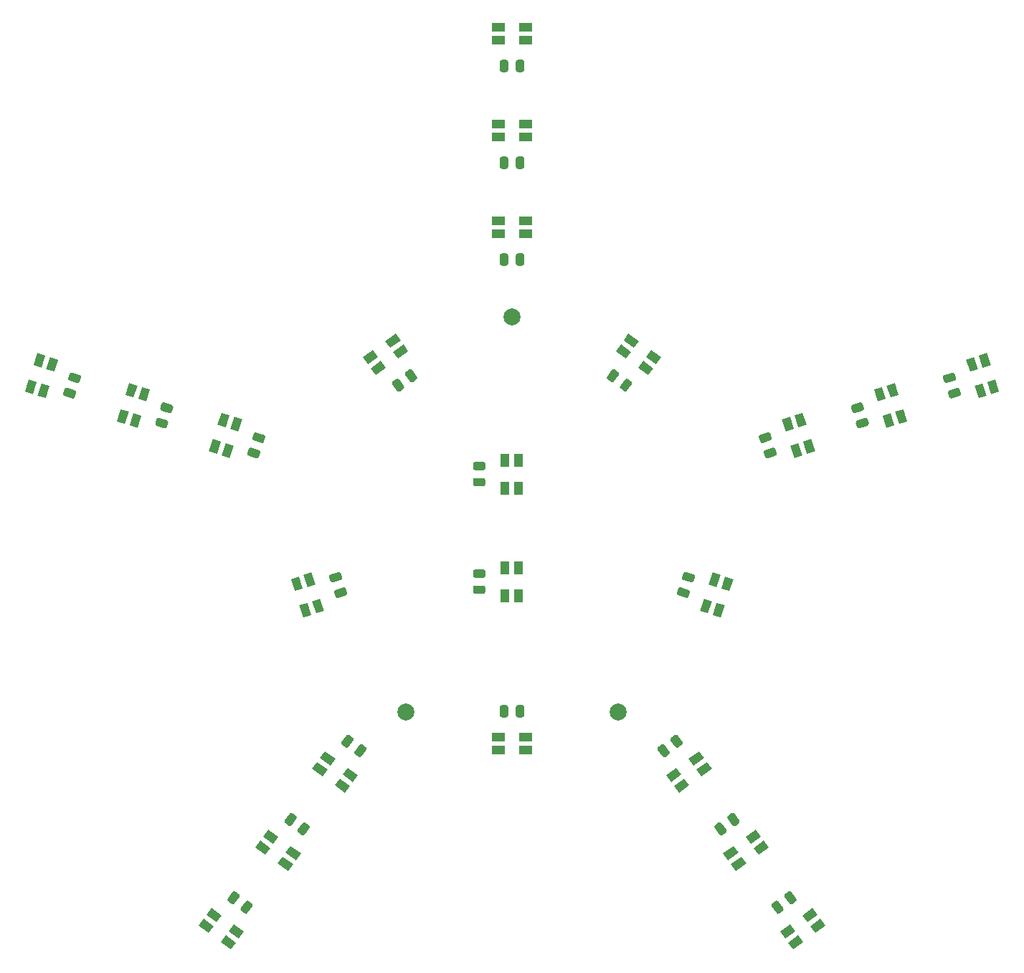
<source format=gbr>
%TF.GenerationSoftware,KiCad,Pcbnew,5.1.12-84ad8e8a86~92~ubuntu20.04.1*%
%TF.CreationDate,2021-11-29T16:52:28+01:00*%
%TF.ProjectId,RGBchristmasStar,52474263-6872-4697-9374-6d6173537461,rev?*%
%TF.SameCoordinates,Original*%
%TF.FileFunction,Soldermask,Top*%
%TF.FilePolarity,Negative*%
%FSLAX46Y46*%
G04 Gerber Fmt 4.6, Leading zero omitted, Abs format (unit mm)*
G04 Created by KiCad (PCBNEW 5.1.12-84ad8e8a86~92~ubuntu20.04.1) date 2021-11-29 16:52:28*
%MOMM*%
%LPD*%
G01*
G04 APERTURE LIST*
%ADD10C,2.000000*%
%ADD11R,1.000000X1.500000*%
%ADD12R,1.500000X1.000000*%
%ADD13C,0.100000*%
G04 APERTURE END LIST*
D10*
%TO.C,REF\u002A\u002A*%
X95500000Y-134650635D03*
%TD*%
%TO.C,REF\u002A\u002A*%
X120500000Y-134650635D03*
%TD*%
%TO.C,REF\u002A\u002A*%
X108000000Y-88000000D03*
%TD*%
%TO.C,C22*%
G36*
G01*
X140742208Y-157300197D02*
X140183812Y-156531631D01*
G75*
G02*
X140239120Y-156182431I202254J146946D01*
G01*
X140643628Y-155888539D01*
G75*
G02*
X140992828Y-155943847I146946J-202254D01*
G01*
X141551224Y-156712413D01*
G75*
G02*
X141495916Y-157061613I-202254J-146946D01*
G01*
X141091408Y-157355505D01*
G75*
G02*
X140742208Y-157300197I-146946J202254D01*
G01*
G37*
G36*
G01*
X139205076Y-158416989D02*
X138646680Y-157648423D01*
G75*
G02*
X138701988Y-157299223I202254J146946D01*
G01*
X139106496Y-157005331D01*
G75*
G02*
X139455696Y-157060639I146946J-202254D01*
G01*
X140014092Y-157829205D01*
G75*
G02*
X139958784Y-158178405I-202254J-146946D01*
G01*
X139554276Y-158472297D01*
G75*
G02*
X139205076Y-158416989I-146946J202254D01*
G01*
G37*
%TD*%
%TO.C,C21*%
G36*
G01*
X134023823Y-148053132D02*
X133465427Y-147284566D01*
G75*
G02*
X133520735Y-146935366I202254J146946D01*
G01*
X133925243Y-146641474D01*
G75*
G02*
X134274443Y-146696782I146946J-202254D01*
G01*
X134832839Y-147465348D01*
G75*
G02*
X134777531Y-147814548I-202254J-146946D01*
G01*
X134373023Y-148108440D01*
G75*
G02*
X134023823Y-148053132I-146946J202254D01*
G01*
G37*
G36*
G01*
X132486691Y-149169924D02*
X131928295Y-148401358D01*
G75*
G02*
X131983603Y-148052158I202254J146946D01*
G01*
X132388111Y-147758266D01*
G75*
G02*
X132737311Y-147813574I146946J-202254D01*
G01*
X133295707Y-148582140D01*
G75*
G02*
X133240399Y-148931340I-202254J-146946D01*
G01*
X132835891Y-149225232D01*
G75*
G02*
X132486691Y-149169924I-146946J202254D01*
G01*
G37*
%TD*%
%TO.C,C20*%
G36*
G01*
X127305437Y-138806068D02*
X126747041Y-138037502D01*
G75*
G02*
X126802349Y-137688302I202254J146946D01*
G01*
X127206857Y-137394410D01*
G75*
G02*
X127556057Y-137449718I146946J-202254D01*
G01*
X128114453Y-138218284D01*
G75*
G02*
X128059145Y-138567484I-202254J-146946D01*
G01*
X127654637Y-138861376D01*
G75*
G02*
X127305437Y-138806068I-146946J202254D01*
G01*
G37*
G36*
G01*
X125768305Y-139922860D02*
X125209909Y-139154294D01*
G75*
G02*
X125265217Y-138805094I202254J146946D01*
G01*
X125669725Y-138511202D01*
G75*
G02*
X126018925Y-138566510I146946J-202254D01*
G01*
X126577321Y-139335076D01*
G75*
G02*
X126522013Y-139684276I-202254J-146946D01*
G01*
X126117505Y-139978168D01*
G75*
G02*
X125768305Y-139922860I-146946J202254D01*
G01*
G37*
%TD*%
%TO.C,C19*%
G36*
G01*
X129124120Y-119390483D02*
X128220616Y-119096917D01*
G75*
G02*
X128060106Y-118781899I77254J237764D01*
G01*
X128214614Y-118306371D01*
G75*
G02*
X128529632Y-118145861I237764J-77254D01*
G01*
X129433136Y-118439427D01*
G75*
G02*
X129593646Y-118754445I-77254J-237764D01*
G01*
X129439138Y-119229973D01*
G75*
G02*
X129124120Y-119390483I-237764J77254D01*
G01*
G37*
G36*
G01*
X128536988Y-121197491D02*
X127633484Y-120903925D01*
G75*
G02*
X127472974Y-120588907I77254J237764D01*
G01*
X127627482Y-120113379D01*
G75*
G02*
X127942500Y-119952869I237764J-77254D01*
G01*
X128846004Y-120246435D01*
G75*
G02*
X129006514Y-120561453I-77254J-237764D01*
G01*
X128852006Y-121036981D01*
G75*
G02*
X128536988Y-121197491I-237764J77254D01*
G01*
G37*
%TD*%
%TO.C,C18*%
G36*
G01*
X160249890Y-95549823D02*
X159346386Y-95843389D01*
G75*
G02*
X159031368Y-95682879I-77254J237764D01*
G01*
X158876860Y-95207351D01*
G75*
G02*
X159037370Y-94892333I237764J77254D01*
G01*
X159940874Y-94598767D01*
G75*
G02*
X160255892Y-94759277I77254J-237764D01*
G01*
X160410400Y-95234805D01*
G75*
G02*
X160249890Y-95549823I-237764J-77254D01*
G01*
G37*
G36*
G01*
X160837022Y-97356831D02*
X159933518Y-97650397D01*
G75*
G02*
X159618500Y-97489887I-77254J237764D01*
G01*
X159463992Y-97014359D01*
G75*
G02*
X159624502Y-96699341I237764J77254D01*
G01*
X160528006Y-96405775D01*
G75*
G02*
X160843024Y-96566285I77254J-237764D01*
G01*
X160997532Y-97041813D01*
G75*
G02*
X160837022Y-97356831I-237764J-77254D01*
G01*
G37*
%TD*%
%TO.C,C17*%
G36*
G01*
X149379314Y-99081888D02*
X148475810Y-99375454D01*
G75*
G02*
X148160792Y-99214944I-77254J237764D01*
G01*
X148006284Y-98739416D01*
G75*
G02*
X148166794Y-98424398I237764J77254D01*
G01*
X149070298Y-98130832D01*
G75*
G02*
X149385316Y-98291342I77254J-237764D01*
G01*
X149539824Y-98766870D01*
G75*
G02*
X149379314Y-99081888I-237764J-77254D01*
G01*
G37*
G36*
G01*
X149966446Y-100888896D02*
X149062942Y-101182462D01*
G75*
G02*
X148747924Y-101021952I-77254J237764D01*
G01*
X148593416Y-100546424D01*
G75*
G02*
X148753926Y-100231406I237764J77254D01*
G01*
X149657430Y-99937840D01*
G75*
G02*
X149972448Y-100098350I77254J-237764D01*
G01*
X150126956Y-100573878D01*
G75*
G02*
X149966446Y-100888896I-237764J-77254D01*
G01*
G37*
%TD*%
%TO.C,C16*%
G36*
G01*
X138508738Y-102613952D02*
X137605234Y-102907518D01*
G75*
G02*
X137290216Y-102747008I-77254J237764D01*
G01*
X137135708Y-102271480D01*
G75*
G02*
X137296218Y-101956462I237764J77254D01*
G01*
X138199722Y-101662896D01*
G75*
G02*
X138514740Y-101823406I77254J-237764D01*
G01*
X138669248Y-102298934D01*
G75*
G02*
X138508738Y-102613952I-237764J-77254D01*
G01*
G37*
G36*
G01*
X139095870Y-104420960D02*
X138192366Y-104714526D01*
G75*
G02*
X137877348Y-104554016I-77254J237764D01*
G01*
X137722840Y-104078488D01*
G75*
G02*
X137883350Y-103763470I237764J77254D01*
G01*
X138786854Y-103469904D01*
G75*
G02*
X139101872Y-103630414I77254J-237764D01*
G01*
X139256380Y-104105942D01*
G75*
G02*
X139095870Y-104420960I-237764J-77254D01*
G01*
G37*
%TD*%
%TO.C,C15*%
G36*
G01*
X120605423Y-94884537D02*
X120047027Y-95653103D01*
G75*
G02*
X119697827Y-95708411I-202254J146946D01*
G01*
X119293319Y-95414519D01*
G75*
G02*
X119238011Y-95065319I146946J202254D01*
G01*
X119796407Y-94296753D01*
G75*
G02*
X120145607Y-94241445I202254J-146946D01*
G01*
X120550115Y-94535337D01*
G75*
G02*
X120605423Y-94884537I-146946J-202254D01*
G01*
G37*
G36*
G01*
X122142555Y-96001329D02*
X121584159Y-96769895D01*
G75*
G02*
X121234959Y-96825203I-202254J146946D01*
G01*
X120830451Y-96531311D01*
G75*
G02*
X120775143Y-96182111I146946J202254D01*
G01*
X121333539Y-95413545D01*
G75*
G02*
X121682739Y-95358237I202254J-146946D01*
G01*
X122087247Y-95652129D01*
G75*
G02*
X122142555Y-96001329I-146946J-202254D01*
G01*
G37*
%TD*%
%TO.C,C14*%
G36*
G01*
X107550000Y-57915000D02*
X107550000Y-58865000D01*
G75*
G02*
X107300000Y-59115000I-250000J0D01*
G01*
X106800000Y-59115000D01*
G75*
G02*
X106550000Y-58865000I0J250000D01*
G01*
X106550000Y-57915000D01*
G75*
G02*
X106800000Y-57665000I250000J0D01*
G01*
X107300000Y-57665000D01*
G75*
G02*
X107550000Y-57915000I0J-250000D01*
G01*
G37*
G36*
G01*
X109450000Y-57915000D02*
X109450000Y-58865000D01*
G75*
G02*
X109200000Y-59115000I-250000J0D01*
G01*
X108700000Y-59115000D01*
G75*
G02*
X108450000Y-58865000I0J250000D01*
G01*
X108450000Y-57915000D01*
G75*
G02*
X108700000Y-57665000I250000J0D01*
G01*
X109200000Y-57665000D01*
G75*
G02*
X109450000Y-57915000I0J-250000D01*
G01*
G37*
%TD*%
%TO.C,C13*%
G36*
G01*
X107550000Y-69345000D02*
X107550000Y-70295000D01*
G75*
G02*
X107300000Y-70545000I-250000J0D01*
G01*
X106800000Y-70545000D01*
G75*
G02*
X106550000Y-70295000I0J250000D01*
G01*
X106550000Y-69345000D01*
G75*
G02*
X106800000Y-69095000I250000J0D01*
G01*
X107300000Y-69095000D01*
G75*
G02*
X107550000Y-69345000I0J-250000D01*
G01*
G37*
G36*
G01*
X109450000Y-69345000D02*
X109450000Y-70295000D01*
G75*
G02*
X109200000Y-70545000I-250000J0D01*
G01*
X108700000Y-70545000D01*
G75*
G02*
X108450000Y-70295000I0J250000D01*
G01*
X108450000Y-69345000D01*
G75*
G02*
X108700000Y-69095000I250000J0D01*
G01*
X109200000Y-69095000D01*
G75*
G02*
X109450000Y-69345000I0J-250000D01*
G01*
G37*
%TD*%
%TO.C,C12*%
G36*
G01*
X107550000Y-80775000D02*
X107550000Y-81725000D01*
G75*
G02*
X107300000Y-81975000I-250000J0D01*
G01*
X106800000Y-81975000D01*
G75*
G02*
X106550000Y-81725000I0J250000D01*
G01*
X106550000Y-80775000D01*
G75*
G02*
X106800000Y-80525000I250000J0D01*
G01*
X107300000Y-80525000D01*
G75*
G02*
X107550000Y-80775000I0J-250000D01*
G01*
G37*
G36*
G01*
X109450000Y-80775000D02*
X109450000Y-81725000D01*
G75*
G02*
X109200000Y-81975000I-250000J0D01*
G01*
X108700000Y-81975000D01*
G75*
G02*
X108450000Y-81725000I0J250000D01*
G01*
X108450000Y-80775000D01*
G75*
G02*
X108700000Y-80525000I250000J0D01*
G01*
X109200000Y-80525000D01*
G75*
G02*
X109450000Y-80775000I0J-250000D01*
G01*
G37*
%TD*%
%TO.C,C11*%
G36*
G01*
X94666461Y-95413545D02*
X95224857Y-96182111D01*
G75*
G02*
X95169549Y-96531311I-202254J-146946D01*
G01*
X94765041Y-96825203D01*
G75*
G02*
X94415841Y-96769895I-146946J202254D01*
G01*
X93857445Y-96001329D01*
G75*
G02*
X93912753Y-95652129I202254J146946D01*
G01*
X94317261Y-95358237D01*
G75*
G02*
X94666461Y-95413545I146946J-202254D01*
G01*
G37*
G36*
G01*
X96203593Y-94296753D02*
X96761989Y-95065319D01*
G75*
G02*
X96706681Y-95414519I-202254J-146946D01*
G01*
X96302173Y-95708411D01*
G75*
G02*
X95952973Y-95653103I-146946J202254D01*
G01*
X95394577Y-94884537D01*
G75*
G02*
X95449885Y-94535337I202254J146946D01*
G01*
X95854393Y-94241445D01*
G75*
G02*
X96203593Y-94296753I146946J-202254D01*
G01*
G37*
%TD*%
%TO.C,C10*%
G36*
G01*
X55471994Y-96405775D02*
X56375498Y-96699341D01*
G75*
G02*
X56536008Y-97014359I-77254J-237764D01*
G01*
X56381500Y-97489887D01*
G75*
G02*
X56066482Y-97650397I-237764J77254D01*
G01*
X55162978Y-97356831D01*
G75*
G02*
X55002468Y-97041813I77254J237764D01*
G01*
X55156976Y-96566285D01*
G75*
G02*
X55471994Y-96405775I237764J-77254D01*
G01*
G37*
G36*
G01*
X56059126Y-94598767D02*
X56962630Y-94892333D01*
G75*
G02*
X57123140Y-95207351I-77254J-237764D01*
G01*
X56968632Y-95682879D01*
G75*
G02*
X56653614Y-95843389I-237764J77254D01*
G01*
X55750110Y-95549823D01*
G75*
G02*
X55589600Y-95234805I77254J237764D01*
G01*
X55744108Y-94759277D01*
G75*
G02*
X56059126Y-94598767I237764J-77254D01*
G01*
G37*
%TD*%
%TO.C,C9*%
G36*
G01*
X66342570Y-99937840D02*
X67246074Y-100231406D01*
G75*
G02*
X67406584Y-100546424I-77254J-237764D01*
G01*
X67252076Y-101021952D01*
G75*
G02*
X66937058Y-101182462I-237764J77254D01*
G01*
X66033554Y-100888896D01*
G75*
G02*
X65873044Y-100573878I77254J237764D01*
G01*
X66027552Y-100098350D01*
G75*
G02*
X66342570Y-99937840I237764J-77254D01*
G01*
G37*
G36*
G01*
X66929702Y-98130832D02*
X67833206Y-98424398D01*
G75*
G02*
X67993716Y-98739416I-77254J-237764D01*
G01*
X67839208Y-99214944D01*
G75*
G02*
X67524190Y-99375454I-237764J77254D01*
G01*
X66620686Y-99081888D01*
G75*
G02*
X66460176Y-98766870I77254J237764D01*
G01*
X66614684Y-98291342D01*
G75*
G02*
X66929702Y-98130832I237764J-77254D01*
G01*
G37*
%TD*%
%TO.C,C8*%
G36*
G01*
X77213146Y-103469904D02*
X78116650Y-103763470D01*
G75*
G02*
X78277160Y-104078488I-77254J-237764D01*
G01*
X78122652Y-104554016D01*
G75*
G02*
X77807634Y-104714526I-237764J77254D01*
G01*
X76904130Y-104420960D01*
G75*
G02*
X76743620Y-104105942I77254J237764D01*
G01*
X76898128Y-103630414D01*
G75*
G02*
X77213146Y-103469904I237764J-77254D01*
G01*
G37*
G36*
G01*
X77800278Y-101662896D02*
X78703782Y-101956462D01*
G75*
G02*
X78864292Y-102271480I-77254J-237764D01*
G01*
X78709784Y-102747008D01*
G75*
G02*
X78394766Y-102907518I-237764J77254D01*
G01*
X77491262Y-102613952D01*
G75*
G02*
X77330752Y-102298934I77254J237764D01*
G01*
X77485260Y-101823406D01*
G75*
G02*
X77800278Y-101662896I237764J-77254D01*
G01*
G37*
%TD*%
%TO.C,C7*%
G36*
G01*
X87153996Y-120246435D02*
X88057500Y-119952869D01*
G75*
G02*
X88372518Y-120113379I77254J-237764D01*
G01*
X88527026Y-120588907D01*
G75*
G02*
X88366516Y-120903925I-237764J-77254D01*
G01*
X87463012Y-121197491D01*
G75*
G02*
X87147994Y-121036981I-77254J237764D01*
G01*
X86993486Y-120561453D01*
G75*
G02*
X87153996Y-120246435I237764J77254D01*
G01*
G37*
G36*
G01*
X86566864Y-118439427D02*
X87470368Y-118145861D01*
G75*
G02*
X87785386Y-118306371I77254J-237764D01*
G01*
X87939894Y-118781899D01*
G75*
G02*
X87779384Y-119096917I-237764J-77254D01*
G01*
X86875880Y-119390483D01*
G75*
G02*
X86560862Y-119229973I-77254J237764D01*
G01*
X86406354Y-118754445D01*
G75*
G02*
X86566864Y-118439427I237764J77254D01*
G01*
G37*
%TD*%
%TO.C,C6*%
G36*
G01*
X75985908Y-157829205D02*
X76544304Y-157060639D01*
G75*
G02*
X76893504Y-157005331I202254J-146946D01*
G01*
X77298012Y-157299223D01*
G75*
G02*
X77353320Y-157648423I-146946J-202254D01*
G01*
X76794924Y-158416989D01*
G75*
G02*
X76445724Y-158472297I-202254J146946D01*
G01*
X76041216Y-158178405D01*
G75*
G02*
X75985908Y-157829205I146946J202254D01*
G01*
G37*
G36*
G01*
X74448776Y-156712413D02*
X75007172Y-155943847D01*
G75*
G02*
X75356372Y-155888539I202254J-146946D01*
G01*
X75760880Y-156182431D01*
G75*
G02*
X75816188Y-156531631I-146946J-202254D01*
G01*
X75257792Y-157300197D01*
G75*
G02*
X74908592Y-157355505I-202254J146946D01*
G01*
X74504084Y-157061613D01*
G75*
G02*
X74448776Y-156712413I146946J202254D01*
G01*
G37*
%TD*%
%TO.C,C5*%
G36*
G01*
X82704293Y-148582140D02*
X83262689Y-147813574D01*
G75*
G02*
X83611889Y-147758266I202254J-146946D01*
G01*
X84016397Y-148052158D01*
G75*
G02*
X84071705Y-148401358I-146946J-202254D01*
G01*
X83513309Y-149169924D01*
G75*
G02*
X83164109Y-149225232I-202254J146946D01*
G01*
X82759601Y-148931340D01*
G75*
G02*
X82704293Y-148582140I146946J202254D01*
G01*
G37*
G36*
G01*
X81167161Y-147465348D02*
X81725557Y-146696782D01*
G75*
G02*
X82074757Y-146641474I202254J-146946D01*
G01*
X82479265Y-146935366D01*
G75*
G02*
X82534573Y-147284566I-146946J-202254D01*
G01*
X81976177Y-148053132D01*
G75*
G02*
X81626977Y-148108440I-202254J146946D01*
G01*
X81222469Y-147814548D01*
G75*
G02*
X81167161Y-147465348I146946J202254D01*
G01*
G37*
%TD*%
%TO.C,C4*%
G36*
G01*
X89422679Y-139335076D02*
X89981075Y-138566510D01*
G75*
G02*
X90330275Y-138511202I202254J-146946D01*
G01*
X90734783Y-138805094D01*
G75*
G02*
X90790091Y-139154294I-146946J-202254D01*
G01*
X90231695Y-139922860D01*
G75*
G02*
X89882495Y-139978168I-202254J146946D01*
G01*
X89477987Y-139684276D01*
G75*
G02*
X89422679Y-139335076I146946J202254D01*
G01*
G37*
G36*
G01*
X87885547Y-138218284D02*
X88443943Y-137449718D01*
G75*
G02*
X88793143Y-137394410I202254J-146946D01*
G01*
X89197651Y-137688302D01*
G75*
G02*
X89252959Y-138037502I-146946J-202254D01*
G01*
X88694563Y-138806068D01*
G75*
G02*
X88345363Y-138861376I-202254J146946D01*
G01*
X87940855Y-138567484D01*
G75*
G02*
X87885547Y-138218284I146946J202254D01*
G01*
G37*
%TD*%
%TO.C,C3*%
G36*
G01*
X108450000Y-135065000D02*
X108450000Y-134115000D01*
G75*
G02*
X108700000Y-133865000I250000J0D01*
G01*
X109200000Y-133865000D01*
G75*
G02*
X109450000Y-134115000I0J-250000D01*
G01*
X109450000Y-135065000D01*
G75*
G02*
X109200000Y-135315000I-250000J0D01*
G01*
X108700000Y-135315000D01*
G75*
G02*
X108450000Y-135065000I0J250000D01*
G01*
G37*
G36*
G01*
X106550000Y-135065000D02*
X106550000Y-134115000D01*
G75*
G02*
X106800000Y-133865000I250000J0D01*
G01*
X107300000Y-133865000D01*
G75*
G02*
X107550000Y-134115000I0J-250000D01*
G01*
X107550000Y-135065000D01*
G75*
G02*
X107300000Y-135315000I-250000J0D01*
G01*
X106800000Y-135315000D01*
G75*
G02*
X106550000Y-135065000I0J250000D01*
G01*
G37*
%TD*%
%TO.C,C2*%
G36*
G01*
X104595000Y-118840000D02*
X103645000Y-118840000D01*
G75*
G02*
X103395000Y-118590000I0J250000D01*
G01*
X103395000Y-118090000D01*
G75*
G02*
X103645000Y-117840000I250000J0D01*
G01*
X104595000Y-117840000D01*
G75*
G02*
X104845000Y-118090000I0J-250000D01*
G01*
X104845000Y-118590000D01*
G75*
G02*
X104595000Y-118840000I-250000J0D01*
G01*
G37*
G36*
G01*
X104595000Y-120740000D02*
X103645000Y-120740000D01*
G75*
G02*
X103395000Y-120490000I0J250000D01*
G01*
X103395000Y-119990000D01*
G75*
G02*
X103645000Y-119740000I250000J0D01*
G01*
X104595000Y-119740000D01*
G75*
G02*
X104845000Y-119990000I0J-250000D01*
G01*
X104845000Y-120490000D01*
G75*
G02*
X104595000Y-120740000I-250000J0D01*
G01*
G37*
%TD*%
%TO.C,C1*%
G36*
G01*
X104595000Y-106140000D02*
X103645000Y-106140000D01*
G75*
G02*
X103395000Y-105890000I0J250000D01*
G01*
X103395000Y-105390000D01*
G75*
G02*
X103645000Y-105140000I250000J0D01*
G01*
X104595000Y-105140000D01*
G75*
G02*
X104845000Y-105390000I0J-250000D01*
G01*
X104845000Y-105890000D01*
G75*
G02*
X104595000Y-106140000I-250000J0D01*
G01*
G37*
G36*
G01*
X104595000Y-108040000D02*
X103645000Y-108040000D01*
G75*
G02*
X103395000Y-107790000I0J250000D01*
G01*
X103395000Y-107290000D01*
G75*
G02*
X103645000Y-107040000I250000J0D01*
G01*
X104595000Y-107040000D01*
G75*
G02*
X104845000Y-107290000I0J-250000D01*
G01*
X104845000Y-107790000D01*
G75*
G02*
X104595000Y-108040000I-250000J0D01*
G01*
G37*
%TD*%
D11*
%TO.C,D1*%
X107140000Y-108230000D03*
X108720000Y-108230000D03*
X107140000Y-104950000D03*
X108720000Y-104950000D03*
%TD*%
%TO.C,D2*%
X107140000Y-120930000D03*
X108720000Y-120930000D03*
X107140000Y-117650000D03*
X108720000Y-117650000D03*
%TD*%
D12*
%TO.C,D3*%
X106360000Y-137610000D03*
X106360000Y-139190000D03*
X109640000Y-137610000D03*
X109640000Y-139190000D03*
%TD*%
D13*
%TO.C,D4*%
G36*
X85335264Y-140129223D02*
G01*
X85923049Y-139320206D01*
X87136574Y-140201883D01*
X86548789Y-141010900D01*
X85335264Y-140129223D01*
G37*
G36*
X84406564Y-141407470D02*
G01*
X84994349Y-140598453D01*
X86207874Y-141480130D01*
X85620089Y-142289147D01*
X84406564Y-141407470D01*
G37*
G36*
X87988840Y-142057158D02*
G01*
X88576625Y-141248141D01*
X89790150Y-142129818D01*
X89202365Y-142938835D01*
X87988840Y-142057158D01*
G37*
G36*
X87060140Y-143335405D02*
G01*
X87647925Y-142526388D01*
X88861450Y-143408065D01*
X88273665Y-144217082D01*
X87060140Y-143335405D01*
G37*
%TD*%
%TO.C,D5*%
G36*
X78616878Y-149376287D02*
G01*
X79204663Y-148567270D01*
X80418188Y-149448947D01*
X79830403Y-150257964D01*
X78616878Y-149376287D01*
G37*
G36*
X77688178Y-150654534D02*
G01*
X78275963Y-149845517D01*
X79489488Y-150727194D01*
X78901703Y-151536211D01*
X77688178Y-150654534D01*
G37*
G36*
X81270454Y-151304222D02*
G01*
X81858239Y-150495205D01*
X83071764Y-151376882D01*
X82483979Y-152185899D01*
X81270454Y-151304222D01*
G37*
G36*
X80341754Y-152582469D02*
G01*
X80929539Y-151773452D01*
X82143064Y-152655129D01*
X81555279Y-153464146D01*
X80341754Y-152582469D01*
G37*
%TD*%
%TO.C,D6*%
G36*
X71898493Y-158623351D02*
G01*
X72486278Y-157814334D01*
X73699803Y-158696011D01*
X73112018Y-159505028D01*
X71898493Y-158623351D01*
G37*
G36*
X70969793Y-159901598D02*
G01*
X71557578Y-159092581D01*
X72771103Y-159974258D01*
X72183318Y-160783275D01*
X70969793Y-159901598D01*
G37*
G36*
X74552069Y-160551286D02*
G01*
X75139854Y-159742269D01*
X76353379Y-160623946D01*
X75765594Y-161432963D01*
X74552069Y-160551286D01*
G37*
G36*
X73623369Y-161829533D02*
G01*
X74211154Y-161020516D01*
X75424679Y-161902193D01*
X74836894Y-162711210D01*
X73623369Y-161829533D01*
G37*
%TD*%
%TO.C,D7*%
G36*
X83380421Y-118486391D02*
G01*
X84331478Y-118177374D01*
X84795003Y-119603959D01*
X83843946Y-119912976D01*
X83380421Y-118486391D01*
G37*
G36*
X81877751Y-118974638D02*
G01*
X82828808Y-118665621D01*
X83292333Y-120092206D01*
X82341276Y-120401223D01*
X81877751Y-118974638D01*
G37*
G36*
X84393997Y-121605856D02*
G01*
X85345054Y-121296839D01*
X85808579Y-122723424D01*
X84857522Y-123032441D01*
X84393997Y-121605856D01*
G37*
G36*
X82891327Y-122094103D02*
G01*
X83842384Y-121785086D01*
X84305909Y-123211671D01*
X83354852Y-123520688D01*
X82891327Y-122094103D01*
G37*
%TD*%
%TO.C,D8*%
G36*
X75194788Y-99827946D02*
G01*
X76145845Y-100136963D01*
X75682320Y-101563548D01*
X74731263Y-101254531D01*
X75194788Y-99827946D01*
G37*
G36*
X73692118Y-99339699D02*
G01*
X74643175Y-99648716D01*
X74179650Y-101075301D01*
X73228593Y-100766284D01*
X73692118Y-99339699D01*
G37*
G36*
X74181212Y-102947411D02*
G01*
X75132269Y-103256428D01*
X74668744Y-104683013D01*
X73717687Y-104373996D01*
X74181212Y-102947411D01*
G37*
G36*
X72678542Y-102459164D02*
G01*
X73629599Y-102768181D01*
X73166074Y-104194766D01*
X72215017Y-103885749D01*
X72678542Y-102459164D01*
G37*
%TD*%
%TO.C,D9*%
G36*
X64324212Y-96295882D02*
G01*
X65275269Y-96604899D01*
X64811744Y-98031484D01*
X63860687Y-97722467D01*
X64324212Y-96295882D01*
G37*
G36*
X62821542Y-95807635D02*
G01*
X63772599Y-96116652D01*
X63309074Y-97543237D01*
X62358017Y-97234220D01*
X62821542Y-95807635D01*
G37*
G36*
X63310636Y-99415347D02*
G01*
X64261693Y-99724364D01*
X63798168Y-101150949D01*
X62847111Y-100841932D01*
X63310636Y-99415347D01*
G37*
G36*
X61807966Y-98927100D02*
G01*
X62759023Y-99236117D01*
X62295498Y-100662702D01*
X61344441Y-100353685D01*
X61807966Y-98927100D01*
G37*
%TD*%
%TO.C,D10*%
G36*
X53453636Y-92763818D02*
G01*
X54404693Y-93072835D01*
X53941168Y-94499420D01*
X52990111Y-94190403D01*
X53453636Y-92763818D01*
G37*
G36*
X51950966Y-92275571D02*
G01*
X52902023Y-92584588D01*
X52438498Y-94011173D01*
X51487441Y-93702156D01*
X51950966Y-92275571D01*
G37*
G36*
X52440060Y-95883283D02*
G01*
X53391117Y-96192300D01*
X52927592Y-97618885D01*
X51976535Y-97309868D01*
X52440060Y-95883283D01*
G37*
G36*
X50937390Y-95395036D02*
G01*
X51888447Y-95704053D01*
X51424922Y-97130638D01*
X50473865Y-96821621D01*
X50937390Y-95395036D01*
G37*
%TD*%
%TO.C,D11*%
G36*
X95174263Y-91280778D02*
G01*
X95762048Y-92089795D01*
X94548523Y-92971472D01*
X93960738Y-92162455D01*
X95174263Y-91280778D01*
G37*
G36*
X94245563Y-90002531D02*
G01*
X94833348Y-90811548D01*
X93619823Y-91693225D01*
X93032038Y-90884208D01*
X94245563Y-90002531D01*
G37*
G36*
X92520687Y-93208713D02*
G01*
X93108472Y-94017730D01*
X91894947Y-94899407D01*
X91307162Y-94090390D01*
X92520687Y-93208713D01*
G37*
G36*
X91591987Y-91930466D02*
G01*
X92179772Y-92739483D01*
X90966247Y-93621160D01*
X90378462Y-92812143D01*
X91591987Y-91930466D01*
G37*
%TD*%
D12*
%TO.C,D12*%
X109640000Y-78230000D03*
X109640000Y-76650000D03*
X106360000Y-78230000D03*
X106360000Y-76650000D03*
%TD*%
%TO.C,D13*%
X109640000Y-66800000D03*
X109640000Y-65220000D03*
X106360000Y-66800000D03*
X106360000Y-65220000D03*
%TD*%
%TO.C,D14*%
X109640000Y-55370000D03*
X109640000Y-53790000D03*
X106360000Y-55370000D03*
X106360000Y-53790000D03*
%TD*%
D13*
%TO.C,D15*%
G36*
X124692838Y-94090390D02*
G01*
X124105053Y-94899407D01*
X122891528Y-94017730D01*
X123479313Y-93208713D01*
X124692838Y-94090390D01*
G37*
G36*
X125621538Y-92812143D02*
G01*
X125033753Y-93621160D01*
X123820228Y-92739483D01*
X124408013Y-91930466D01*
X125621538Y-92812143D01*
G37*
G36*
X122039262Y-92162455D02*
G01*
X121451477Y-92971472D01*
X120237952Y-92089795D01*
X120825737Y-91280778D01*
X122039262Y-92162455D01*
G37*
G36*
X122967962Y-90884208D02*
G01*
X122380177Y-91693225D01*
X121166652Y-90811548D01*
X121754437Y-90002531D01*
X122967962Y-90884208D01*
G37*
%TD*%
%TO.C,D16*%
G36*
X142282313Y-104373996D02*
G01*
X141331256Y-104683013D01*
X140867731Y-103256428D01*
X141818788Y-102947411D01*
X142282313Y-104373996D01*
G37*
G36*
X143784983Y-103885749D02*
G01*
X142833926Y-104194766D01*
X142370401Y-102768181D01*
X143321458Y-102459164D01*
X143784983Y-103885749D01*
G37*
G36*
X141268737Y-101254531D02*
G01*
X140317680Y-101563548D01*
X139854155Y-100136963D01*
X140805212Y-99827946D01*
X141268737Y-101254531D01*
G37*
G36*
X142771407Y-100766284D02*
G01*
X141820350Y-101075301D01*
X141356825Y-99648716D01*
X142307882Y-99339699D01*
X142771407Y-100766284D01*
G37*
%TD*%
%TO.C,D17*%
G36*
X153152889Y-100841932D02*
G01*
X152201832Y-101150949D01*
X151738307Y-99724364D01*
X152689364Y-99415347D01*
X153152889Y-100841932D01*
G37*
G36*
X154655559Y-100353685D02*
G01*
X153704502Y-100662702D01*
X153240977Y-99236117D01*
X154192034Y-98927100D01*
X154655559Y-100353685D01*
G37*
G36*
X152139313Y-97722467D02*
G01*
X151188256Y-98031484D01*
X150724731Y-96604899D01*
X151675788Y-96295882D01*
X152139313Y-97722467D01*
G37*
G36*
X153641983Y-97234220D02*
G01*
X152690926Y-97543237D01*
X152227401Y-96116652D01*
X153178458Y-95807635D01*
X153641983Y-97234220D01*
G37*
%TD*%
%TO.C,D18*%
G36*
X164023465Y-97309868D02*
G01*
X163072408Y-97618885D01*
X162608883Y-96192300D01*
X163559940Y-95883283D01*
X164023465Y-97309868D01*
G37*
G36*
X165526135Y-96821621D02*
G01*
X164575078Y-97130638D01*
X164111553Y-95704053D01*
X165062610Y-95395036D01*
X165526135Y-96821621D01*
G37*
G36*
X163009889Y-94190403D02*
G01*
X162058832Y-94499420D01*
X161595307Y-93072835D01*
X162546364Y-92763818D01*
X163009889Y-94190403D01*
G37*
G36*
X164512559Y-93702156D02*
G01*
X163561502Y-94011173D01*
X163097977Y-92584588D01*
X164049034Y-92275571D01*
X164512559Y-93702156D01*
G37*
%TD*%
%TO.C,D19*%
G36*
X131142478Y-123032441D02*
G01*
X130191421Y-122723424D01*
X130654946Y-121296839D01*
X131606003Y-121605856D01*
X131142478Y-123032441D01*
G37*
G36*
X132645148Y-123520688D02*
G01*
X131694091Y-123211671D01*
X132157616Y-121785086D01*
X133108673Y-122094103D01*
X132645148Y-123520688D01*
G37*
G36*
X132156054Y-119912976D02*
G01*
X131204997Y-119603959D01*
X131668522Y-118177374D01*
X132619579Y-118486391D01*
X132156054Y-119912976D01*
G37*
G36*
X133658724Y-120401223D02*
G01*
X132707667Y-120092206D01*
X133171192Y-118665621D01*
X134122249Y-118974638D01*
X133658724Y-120401223D01*
G37*
%TD*%
%TO.C,D20*%
G36*
X126797635Y-142938835D02*
G01*
X126209850Y-142129818D01*
X127423375Y-141248141D01*
X128011160Y-142057158D01*
X126797635Y-142938835D01*
G37*
G36*
X127726335Y-144217082D02*
G01*
X127138550Y-143408065D01*
X128352075Y-142526388D01*
X128939860Y-143335405D01*
X127726335Y-144217082D01*
G37*
G36*
X129451211Y-141010900D02*
G01*
X128863426Y-140201883D01*
X130076951Y-139320206D01*
X130664736Y-140129223D01*
X129451211Y-141010900D01*
G37*
G36*
X130379911Y-142289147D02*
G01*
X129792126Y-141480130D01*
X131005651Y-140598453D01*
X131593436Y-141407470D01*
X130379911Y-142289147D01*
G37*
%TD*%
%TO.C,D21*%
G36*
X133516021Y-152185899D02*
G01*
X132928236Y-151376882D01*
X134141761Y-150495205D01*
X134729546Y-151304222D01*
X133516021Y-152185899D01*
G37*
G36*
X134444721Y-153464146D02*
G01*
X133856936Y-152655129D01*
X135070461Y-151773452D01*
X135658246Y-152582469D01*
X134444721Y-153464146D01*
G37*
G36*
X136169597Y-150257964D02*
G01*
X135581812Y-149448947D01*
X136795337Y-148567270D01*
X137383122Y-149376287D01*
X136169597Y-150257964D01*
G37*
G36*
X137098297Y-151536211D02*
G01*
X136510512Y-150727194D01*
X137724037Y-149845517D01*
X138311822Y-150654534D01*
X137098297Y-151536211D01*
G37*
%TD*%
%TO.C,D22*%
G36*
X140234406Y-161432963D02*
G01*
X139646621Y-160623946D01*
X140860146Y-159742269D01*
X141447931Y-160551286D01*
X140234406Y-161432963D01*
G37*
G36*
X141163106Y-162711210D02*
G01*
X140575321Y-161902193D01*
X141788846Y-161020516D01*
X142376631Y-161829533D01*
X141163106Y-162711210D01*
G37*
G36*
X142887982Y-159505028D02*
G01*
X142300197Y-158696011D01*
X143513722Y-157814334D01*
X144101507Y-158623351D01*
X142887982Y-159505028D01*
G37*
G36*
X143816682Y-160783275D02*
G01*
X143228897Y-159974258D01*
X144442422Y-159092581D01*
X145030207Y-159901598D01*
X143816682Y-160783275D01*
G37*
%TD*%
M02*

</source>
